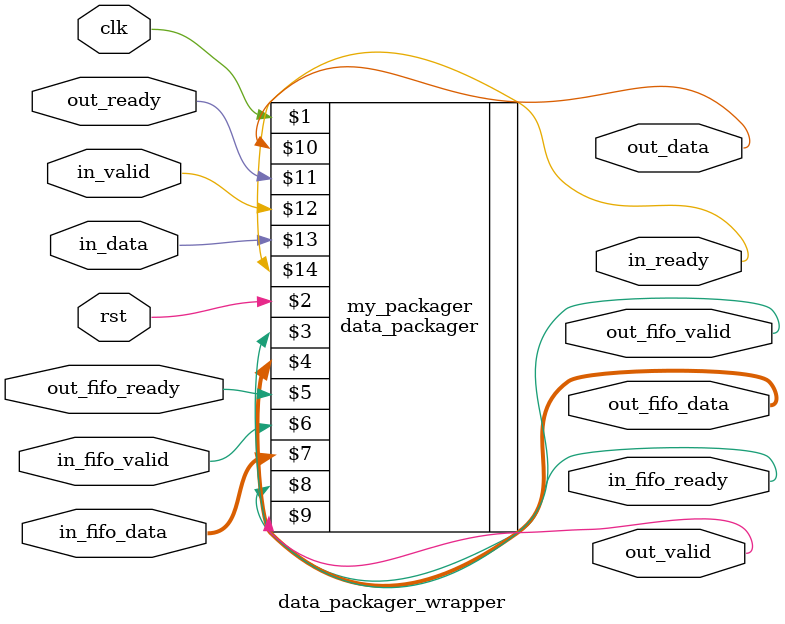
<source format=v>

module data_packager_wrapper(
    input wire clk,
    input wire rst,
    //output stream to fifo
    (* X_INTERFACE_INFO = "xilinx.com:interface:axis:1.0 fifo_out TVALID" *)
    output wire out_fifo_valid,
    (* X_INTERFACE_INFO = "xilinx.com:interface:axis:1.0 fifo_out TDATA" *)
    output reg [31:0] out_fifo_data,
    (* X_INTERFACE_INFO = "xilinx.com:interface:axis:1.0 fifo_out TREADY" *)
    input wire out_fifo_ready,
    //input stream from fifo
    (* X_INTERFACE_INFO = "xilinx.com:interface:axis:1.0 fifo_in TVALID" *)
    input wire in_fifo_valid,
    (* X_INTERFACE_INFO = "xilinx.com:interface:axis:1.0 fifo_in TDATA" *)
    input wire [31:0] in_fifo_data,
    (* X_INTERFACE_INFO = "xilinx.com:interface:axis:1.0 fifo_in TREADY" *)
    output reg in_fifo_ready,
    //internal output stream
    (* X_INTERFACE_INFO = "xilinx.com:interface:axis:1.0 axis_out TVALID" *)
    output reg out_valid,
    (* X_INTERFACE_INFO = "xilinx.com:interface:axis:1.0 axis_out TDATA" *)
    output reg out_data, //i q
    (* X_INTERFACE_INFO = "xilinx.com:interface:axis:1.0 axis_out TREADY" *)
    input wire out_ready,
    //internal input stream
    (* X_INTERFACE_INFO = "xilinx.com:interface:axis:1.0 axis_in TVALID" *)
    input wire in_valid,
    (* X_INTERFACE_INFO = "xilinx.com:interface:axis:1.0 axis_in TDATA" *)
    input wire in_data,
    (* X_INTERFACE_INFO = "xilinx.com:interface:axis:1.0 axis_in TREADY" *)
    output wire in_ready
    );

data_packager my_packager(
    clk,
    rst,
    out_fifo_valid,
    out_fifo_data,
    out_fifo_ready,
    in_fifo_valid,
    in_fifo_data,
    in_fifo_ready,
    out_valid,
    out_data,
    out_ready,
    in_valid,
    in_data,
    in_ready
    );


endmodule
</source>
